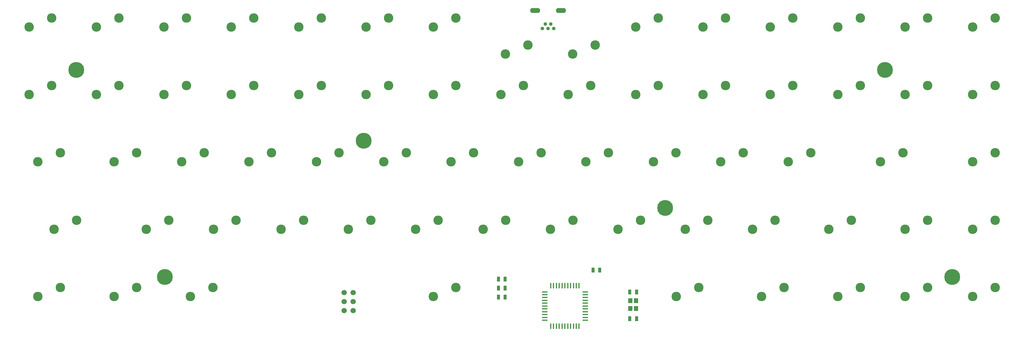
<source format=gbs>
G04 (created by PCBNEW (2013-mar-13)-testing) date Mon 15 Apr 2013 12:09:35 AM CEST*
%MOIN*%
G04 Gerber Fmt 3.4, Leading zero omitted, Abs format*
%FSLAX34Y34*%
G01*
G70*
G90*
G04 APERTURE LIST*
%ADD10C,0.006*%
%ADD11R,0.035X0.055*%
%ADD12R,0.016X0.06*%
%ADD13R,0.06X0.016*%
%ADD14C,0.0590551*%
%ADD15C,0.105*%
%ADD16C,0.177165*%
%ADD17C,0.04*%
%ADD18O,0.112X0.056*%
%ADD19R,0.0472441X0.0551181*%
G04 APERTURE END LIST*
G54D10*
G54D11*
X80875Y-69500D03*
X80125Y-69500D03*
X80875Y-70500D03*
X80125Y-70500D03*
X95457Y-73909D03*
X94707Y-73909D03*
X95457Y-70956D03*
X94707Y-70956D03*
X80125Y-71500D03*
X80875Y-71500D03*
X90625Y-68500D03*
X91375Y-68500D03*
G54D12*
X87500Y-70250D03*
X87815Y-70250D03*
X88130Y-70250D03*
X88445Y-70250D03*
X88760Y-70250D03*
X89075Y-70250D03*
X87185Y-70250D03*
X86870Y-70250D03*
X86555Y-70250D03*
X86240Y-70250D03*
X85925Y-70250D03*
X87500Y-74750D03*
X87815Y-74750D03*
X88130Y-74750D03*
X88445Y-74750D03*
X88760Y-74750D03*
X89075Y-74750D03*
X87185Y-74750D03*
X86870Y-74750D03*
X86555Y-74750D03*
X86240Y-74750D03*
X85925Y-74750D03*
G54D13*
X89750Y-72500D03*
X85250Y-72500D03*
X89750Y-72815D03*
X85250Y-72815D03*
X85250Y-73130D03*
X89750Y-73130D03*
X89750Y-73445D03*
X85250Y-73445D03*
X85250Y-73760D03*
X89750Y-73760D03*
X89750Y-74075D03*
X85250Y-74075D03*
X85250Y-72185D03*
X89750Y-72185D03*
X89750Y-71870D03*
X85250Y-71870D03*
X85250Y-71555D03*
X89750Y-71555D03*
X89750Y-71240D03*
X85250Y-71240D03*
X85250Y-70925D03*
X89750Y-70925D03*
G54D14*
X64000Y-71000D03*
X64000Y-72000D03*
X64000Y-73000D03*
X63000Y-71000D03*
X63000Y-72000D03*
X63000Y-73000D03*
G54D15*
X30527Y-40519D03*
X28027Y-41519D03*
X30527Y-48000D03*
X28027Y-49000D03*
X75409Y-40519D03*
X72909Y-41519D03*
X52968Y-40519D03*
X50468Y-41519D03*
X69897Y-55480D03*
X67397Y-56480D03*
X39976Y-70440D03*
X37476Y-71440D03*
X51000Y-62960D03*
X48500Y-63960D03*
X58480Y-62960D03*
X55980Y-63960D03*
X67929Y-48000D03*
X65429Y-49000D03*
X60448Y-40519D03*
X57948Y-41519D03*
X38007Y-48000D03*
X35507Y-49000D03*
X65960Y-62960D03*
X63460Y-63960D03*
X52968Y-48000D03*
X50468Y-49000D03*
X47456Y-55480D03*
X44956Y-56480D03*
X39976Y-55480D03*
X37476Y-56480D03*
X67929Y-40519D03*
X65429Y-41519D03*
X60448Y-48000D03*
X57948Y-49000D03*
X54937Y-55480D03*
X52437Y-56480D03*
X62417Y-55480D03*
X59917Y-56480D03*
X45488Y-40519D03*
X42988Y-41519D03*
X45488Y-48000D03*
X42988Y-49000D03*
X43519Y-62960D03*
X41019Y-63960D03*
X38007Y-40519D03*
X35507Y-41519D03*
X112811Y-40519D03*
X110311Y-41519D03*
X110842Y-62960D03*
X108342Y-63960D03*
X112811Y-48000D03*
X110311Y-49000D03*
X114779Y-55480D03*
X112279Y-56480D03*
X120291Y-40519D03*
X117791Y-41519D03*
X120291Y-70440D03*
X117791Y-71440D03*
X120291Y-48000D03*
X117791Y-49000D03*
X105330Y-48000D03*
X102830Y-49000D03*
X127771Y-62960D03*
X125271Y-63960D03*
X127771Y-70440D03*
X125271Y-71440D03*
X127771Y-48000D03*
X125271Y-49000D03*
X135251Y-40519D03*
X132751Y-41519D03*
X135251Y-62960D03*
X132751Y-63960D03*
X135251Y-70440D03*
X132751Y-71440D03*
X135251Y-48000D03*
X132751Y-49000D03*
X135251Y-55480D03*
X132751Y-56480D03*
X127771Y-40519D03*
X125271Y-41519D03*
X80921Y-62960D03*
X78421Y-63960D03*
X82889Y-48000D03*
X80389Y-49000D03*
X84858Y-55480D03*
X82358Y-56480D03*
X88370Y-44519D03*
X90870Y-43519D03*
X88401Y-62960D03*
X85901Y-63960D03*
X107299Y-55480D03*
X104799Y-56480D03*
X90370Y-48000D03*
X87870Y-49000D03*
X77377Y-55480D03*
X74877Y-56480D03*
X80889Y-44519D03*
X83389Y-43519D03*
X97850Y-40519D03*
X95350Y-41519D03*
X95881Y-62960D03*
X93381Y-63960D03*
X75409Y-48000D03*
X72909Y-49000D03*
X97850Y-48000D03*
X95350Y-49000D03*
X99818Y-55480D03*
X97318Y-56480D03*
X105330Y-40519D03*
X102830Y-41519D03*
X103362Y-62960D03*
X100862Y-63960D03*
X73440Y-62960D03*
X70940Y-63960D03*
X92338Y-55480D03*
X89838Y-56480D03*
X33283Y-62960D03*
X30783Y-63960D03*
X125015Y-55480D03*
X122515Y-56480D03*
X31511Y-70440D03*
X29011Y-71440D03*
X31511Y-55480D03*
X29011Y-56480D03*
X119307Y-62960D03*
X116807Y-63960D03*
X111826Y-70440D03*
X109326Y-71440D03*
X102377Y-70440D03*
X99877Y-71440D03*
X48440Y-70440D03*
X45940Y-71440D03*
G54D16*
X33267Y-46259D03*
X123031Y-46259D03*
X43110Y-69291D03*
X130511Y-69291D03*
X65157Y-54133D03*
X98622Y-61614D03*
G54D15*
X75409Y-70440D03*
X72909Y-71440D03*
G54D17*
X85000Y-41663D03*
X85315Y-41190D03*
X85629Y-41663D03*
X85943Y-41190D03*
X86258Y-41663D03*
G54D18*
X84192Y-39676D03*
X87066Y-39676D03*
G54D19*
X95397Y-71901D03*
X95397Y-72767D03*
X94767Y-71901D03*
X94767Y-72767D03*
M02*

</source>
